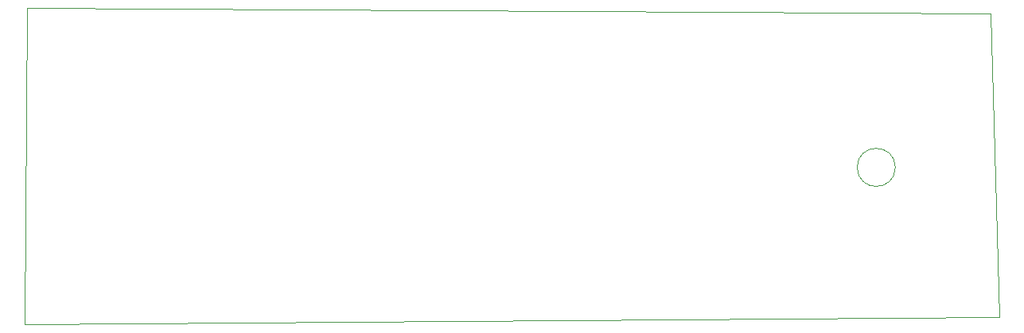
<source format=gbr>
%TF.GenerationSoftware,KiCad,Pcbnew,9.0.1*%
%TF.CreationDate,2025-05-18T20:43:39+02:00*%
%TF.ProjectId,lfo,6c666f2e-6b69-4636-9164-5f7063625858,rev?*%
%TF.SameCoordinates,Original*%
%TF.FileFunction,Profile,NP*%
%FSLAX46Y46*%
G04 Gerber Fmt 4.6, Leading zero omitted, Abs format (unit mm)*
G04 Created by KiCad (PCBNEW 9.0.1) date 2025-05-18 20:43:39*
%MOMM*%
%LPD*%
G01*
G04 APERTURE LIST*
%TA.AperFunction,Profile*%
%ADD10C,0.100000*%
%TD*%
G04 APERTURE END LIST*
D10*
X159700000Y-11700000D02*
X57100000Y-11100000D01*
X57100000Y-11100000D02*
X56900000Y-44800000D01*
X56900000Y-44800000D02*
X160600000Y-44000000D01*
X149526080Y-28050000D02*
G75*
G02*
X145473920Y-28050000I-2026080J0D01*
G01*
X145473920Y-28050000D02*
G75*
G02*
X149526080Y-28050000I2026080J0D01*
G01*
X160600000Y-44000000D02*
X159700000Y-11700000D01*
M02*

</source>
